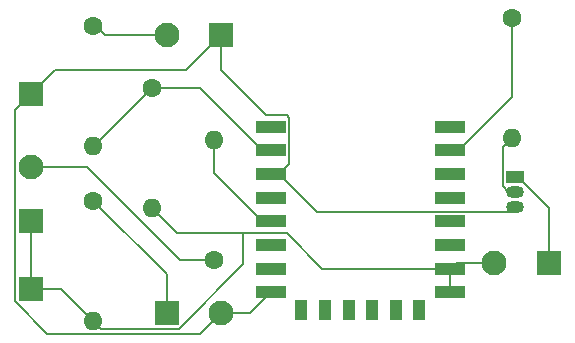
<source format=gbr>
%TF.GenerationSoftware,KiCad,Pcbnew,8.0.7*%
%TF.CreationDate,2025-01-13T17:44:50+00:00*%
%TF.ProjectId,TapeDispenser,54617065-4469-4737-9065-6e7365722e6b,rev?*%
%TF.SameCoordinates,Original*%
%TF.FileFunction,Copper,L1,Top*%
%TF.FilePolarity,Positive*%
%FSLAX46Y46*%
G04 Gerber Fmt 4.6, Leading zero omitted, Abs format (unit mm)*
G04 Created by KiCad (PCBNEW 8.0.7) date 2025-01-13 17:44:50*
%MOMM*%
%LPD*%
G01*
G04 APERTURE LIST*
G04 Aperture macros list*
%AMRoundRect*
0 Rectangle with rounded corners*
0 $1 Rounding radius*
0 $2 $3 $4 $5 $6 $7 $8 $9 X,Y pos of 4 corners*
0 Add a 4 corners polygon primitive as box body*
4,1,4,$2,$3,$4,$5,$6,$7,$8,$9,$2,$3,0*
0 Add four circle primitives for the rounded corners*
1,1,$1+$1,$2,$3*
1,1,$1+$1,$4,$5*
1,1,$1+$1,$6,$7*
1,1,$1+$1,$8,$9*
0 Add four rect primitives between the rounded corners*
20,1,$1+$1,$2,$3,$4,$5,0*
20,1,$1+$1,$4,$5,$6,$7,0*
20,1,$1+$1,$6,$7,$8,$9,0*
20,1,$1+$1,$8,$9,$2,$3,0*%
G04 Aperture macros list end*
%TA.AperFunction,ComponentPad*%
%ADD10RoundRect,0.250001X0.799999X0.799999X-0.799999X0.799999X-0.799999X-0.799999X0.799999X-0.799999X0*%
%TD*%
%TA.AperFunction,ComponentPad*%
%ADD11C,2.100000*%
%TD*%
%TA.AperFunction,ComponentPad*%
%ADD12RoundRect,0.250001X-0.799999X-0.799999X0.799999X-0.799999X0.799999X0.799999X-0.799999X0.799999X0*%
%TD*%
%TA.AperFunction,ComponentPad*%
%ADD13RoundRect,0.250001X0.799999X-0.799999X0.799999X0.799999X-0.799999X0.799999X-0.799999X-0.799999X0*%
%TD*%
%TA.AperFunction,ComponentPad*%
%ADD14R,1.500000X1.050000*%
%TD*%
%TA.AperFunction,ComponentPad*%
%ADD15O,1.500000X1.050000*%
%TD*%
%TA.AperFunction,ComponentPad*%
%ADD16C,1.600000*%
%TD*%
%TA.AperFunction,ComponentPad*%
%ADD17O,1.600000X1.600000*%
%TD*%
%TA.AperFunction,SMDPad,CuDef*%
%ADD18R,2.500000X1.000000*%
%TD*%
%TA.AperFunction,SMDPad,CuDef*%
%ADD19R,1.000000X1.800000*%
%TD*%
%TA.AperFunction,Conductor*%
%ADD20C,0.200000*%
%TD*%
G04 APERTURE END LIST*
D10*
%TO.P,LS1,1,1*%
%TO.N,Net-(Q1-E)*%
X150100000Y-80000000D03*
D11*
%TO.P,LS1,2,2*%
%TO.N,Net-(D3-K)*%
X145500000Y-80000000D03*
%TD*%
D12*
%TO.P,J2,1,Pin_1*%
%TO.N,Net-(D1-K)*%
X106250000Y-65750000D03*
%TD*%
%TO.P,J1,1,Pin_1*%
%TO.N,Net-(D3-K)*%
X106250000Y-82250000D03*
%TD*%
D13*
%TO.P,D3,1,K*%
%TO.N,Net-(D3-K)*%
X106250000Y-76500000D03*
D11*
%TO.P,D3,2,A*%
%TO.N,Net-(D3-A)*%
X106250000Y-71900000D03*
%TD*%
D12*
%TO.P,D2,1,K*%
%TO.N,Net-(D2-K)*%
X117750000Y-84250000D03*
D11*
%TO.P,D2,2,A*%
%TO.N,Net-(D1-K)*%
X122350000Y-84250000D03*
%TD*%
D10*
%TO.P,D1,1,K*%
%TO.N,Net-(D1-K)*%
X122350000Y-60750000D03*
D11*
%TO.P,D1,2,A*%
%TO.N,Net-(D1-A)*%
X117750000Y-60750000D03*
%TD*%
D14*
%TO.P,Q1,1,E*%
%TO.N,Net-(Q1-E)*%
X147250000Y-72710000D03*
D15*
%TO.P,Q1,2,B*%
%TO.N,Net-(Q1-B)*%
X147250000Y-73980000D03*
%TO.P,Q1,3,C*%
%TO.N,Net-(D1-K)*%
X147250000Y-75250000D03*
%TD*%
D16*
%TO.P,R4,1*%
%TO.N,Net-(U1-ADC)*%
X116500000Y-65250000D03*
D17*
%TO.P,R4,2*%
%TO.N,Net-(D3-K)*%
X116500000Y-75410000D03*
%TD*%
D18*
%TO.P,U1,1,~{RST}*%
%TO.N,unconnected-(U1-~{RST}-Pad1)*%
X126550000Y-68500000D03*
%TO.P,U1,2,ADC*%
%TO.N,Net-(U1-ADC)*%
X126550000Y-70500000D03*
%TO.P,U1,3,EN*%
%TO.N,Net-(D1-K)*%
X126550000Y-72500000D03*
%TO.P,U1,4,GPIO16*%
%TO.N,unconnected-(U1-GPIO16-Pad4)*%
X126550000Y-74500000D03*
%TO.P,U1,5,GPIO14*%
%TO.N,Net-(U1-GPIO14)*%
X126550000Y-76500000D03*
%TO.P,U1,6,GPIO12*%
%TO.N,unconnected-(U1-GPIO12-Pad6)*%
X126550000Y-78500000D03*
%TO.P,U1,7,GPIO13*%
%TO.N,unconnected-(U1-GPIO13-Pad7)*%
X126550000Y-80500000D03*
%TO.P,U1,8,VCC*%
%TO.N,Net-(D1-K)*%
X126550000Y-82500000D03*
D19*
%TO.P,U1,9,CS0*%
%TO.N,unconnected-(U1-CS0-Pad9)*%
X129150000Y-84000000D03*
%TO.P,U1,10,MISO*%
%TO.N,unconnected-(U1-MISO-Pad10)*%
X131150000Y-84000000D03*
%TO.P,U1,11,GPIO9*%
%TO.N,unconnected-(U1-GPIO9-Pad11)*%
X133150000Y-84000000D03*
%TO.P,U1,12,GPIO10*%
%TO.N,unconnected-(U1-GPIO10-Pad12)*%
X135150000Y-84000000D03*
%TO.P,U1,13,MOSI*%
%TO.N,unconnected-(U1-MOSI-Pad13)*%
X137150000Y-84000000D03*
%TO.P,U1,14,SCLK*%
%TO.N,unconnected-(U1-SCLK-Pad14)*%
X139150000Y-84000000D03*
D18*
%TO.P,U1,15,GND*%
%TO.N,Net-(D3-K)*%
X141750000Y-82500000D03*
%TO.P,U1,16,GPIO15*%
X141750000Y-80500000D03*
%TO.P,U1,17,GPIO2*%
%TO.N,unconnected-(U1-GPIO2-Pad17)*%
X141750000Y-78500000D03*
%TO.P,U1,18,GPIO0*%
%TO.N,unconnected-(U1-GPIO0-Pad18)*%
X141750000Y-76500000D03*
%TO.P,U1,19,GPIO4*%
%TO.N,unconnected-(U1-GPIO4-Pad19)*%
X141750000Y-74500000D03*
%TO.P,U1,20,GPIO5*%
%TO.N,unconnected-(U1-GPIO5-Pad20)*%
X141750000Y-72500000D03*
%TO.P,U1,21,GPIO3/RXD*%
%TO.N,Net-(U1-GPIO3{slash}RXD)*%
X141750000Y-70500000D03*
%TO.P,U1,22,GPIO1/TXD*%
%TO.N,unconnected-(U1-GPIO1{slash}TXD-Pad22)*%
X141750000Y-68500000D03*
%TD*%
D16*
%TO.P,R2,1*%
%TO.N,Net-(D2-K)*%
X111500000Y-74750000D03*
D17*
%TO.P,R2,2*%
%TO.N,Net-(D3-K)*%
X111500000Y-84910000D03*
%TD*%
D16*
%TO.P,R3,1*%
%TO.N,Net-(D1-A)*%
X111500000Y-60000000D03*
D17*
%TO.P,R3,2*%
%TO.N,Net-(U1-ADC)*%
X111500000Y-70160000D03*
%TD*%
D16*
%TO.P,R5,1*%
%TO.N,Net-(D3-A)*%
X121750000Y-79750000D03*
D17*
%TO.P,R5,2*%
%TO.N,Net-(U1-GPIO14)*%
X121750000Y-69590000D03*
%TD*%
D16*
%TO.P,R1,1*%
%TO.N,Net-(U1-GPIO3{slash}RXD)*%
X147000000Y-59250000D03*
D17*
%TO.P,R1,2*%
%TO.N,Net-(Q1-B)*%
X147000000Y-69410000D03*
%TD*%
D20*
%TO.N,Net-(D1-K)*%
X106250000Y-65750000D02*
X108305635Y-63694365D01*
X108305635Y-63694365D02*
X119405635Y-63694365D01*
X119405635Y-63694365D02*
X122350000Y-60750000D01*
%TO.N,Net-(D3-K)*%
X124250000Y-77500000D02*
X118590000Y-77500000D01*
X127900000Y-77500000D02*
X124250000Y-77500000D01*
X124250000Y-77500000D02*
X124250000Y-80134744D01*
X112190000Y-85600000D02*
X111500000Y-84910000D01*
X124250000Y-80134744D02*
X118784744Y-85600000D01*
X118784744Y-85600000D02*
X112190000Y-85600000D01*
%TO.N,Net-(D3-A)*%
X121750000Y-79750000D02*
X118865256Y-79750000D01*
X118865256Y-79750000D02*
X111015256Y-71900000D01*
X111015256Y-71900000D02*
X106250000Y-71900000D01*
%TO.N,Net-(D2-K)*%
X117750000Y-84250000D02*
X117750000Y-81000000D01*
X117750000Y-81000000D02*
X111500000Y-74750000D01*
%TO.N,Net-(U1-GPIO14)*%
X121750000Y-69590000D02*
X121750000Y-72450000D01*
X125800000Y-76500000D02*
X126550000Y-76500000D01*
X121750000Y-72450000D02*
X125800000Y-76500000D01*
%TO.N,Net-(U1-ADC)*%
X116500000Y-65250000D02*
X111590000Y-70160000D01*
X111590000Y-70160000D02*
X111500000Y-70160000D01*
X126550000Y-70500000D02*
X125800000Y-70500000D01*
X125800000Y-70500000D02*
X120550000Y-65250000D01*
X120550000Y-65250000D02*
X116500000Y-65250000D01*
%TO.N,Net-(D1-K)*%
X122350000Y-60750000D02*
X122350000Y-63661422D01*
X128150000Y-67750000D02*
X128150000Y-71650000D01*
X122350000Y-63661422D02*
X126188578Y-67500000D01*
X126188578Y-67500000D02*
X127900000Y-67500000D01*
X127900000Y-67500000D02*
X128150000Y-67750000D01*
X128150000Y-71650000D02*
X127300000Y-72500000D01*
X127300000Y-72500000D02*
X126550000Y-72500000D01*
%TO.N,Net-(D1-A)*%
X111500000Y-60000000D02*
X111750000Y-60000000D01*
X111750000Y-60000000D02*
X112500000Y-60750000D01*
X112500000Y-60750000D02*
X117750000Y-60750000D01*
%TO.N,Net-(D3-K)*%
X106250000Y-82250000D02*
X106250000Y-76500000D01*
X106250000Y-82250000D02*
X108840000Y-82250000D01*
X108840000Y-82250000D02*
X111500000Y-84910000D01*
%TO.N,Net-(D1-K)*%
X122350000Y-84250000D02*
X120590000Y-86010000D01*
X120590000Y-86010000D02*
X107625256Y-86010000D01*
X107625256Y-86010000D02*
X104900000Y-83284744D01*
X104900000Y-67100000D02*
X106250000Y-65750000D01*
X104900000Y-83284744D02*
X104900000Y-67100000D01*
X122350000Y-84250000D02*
X124800000Y-84250000D01*
X124800000Y-84250000D02*
X126550000Y-82500000D01*
%TO.N,Net-(D3-K)*%
X141750000Y-80500000D02*
X130900000Y-80500000D01*
X130900000Y-80500000D02*
X127900000Y-77500000D01*
X118590000Y-77500000D02*
X116500000Y-75410000D01*
X141750000Y-82500000D02*
X141750000Y-80500000D01*
X145500000Y-80000000D02*
X142250000Y-80000000D01*
X142250000Y-80000000D02*
X141750000Y-80500000D01*
%TO.N,Net-(D1-K)*%
X147250000Y-75250000D02*
X146800000Y-75700000D01*
X146800000Y-75700000D02*
X130500000Y-75700000D01*
X130500000Y-75700000D02*
X127300000Y-72500000D01*
%TO.N,Net-(Q1-E)*%
X147250000Y-72710000D02*
X147475000Y-72710000D01*
X147475000Y-72710000D02*
X150100000Y-75335000D01*
X150100000Y-75335000D02*
X150100000Y-80000000D01*
%TO.N,Net-(Q1-B)*%
X147000000Y-69410000D02*
X146200000Y-70210000D01*
X146645000Y-73980000D02*
X147250000Y-73980000D01*
X146200000Y-70210000D02*
X146200000Y-73535000D01*
X146200000Y-73535000D02*
X146645000Y-73980000D01*
%TO.N,Net-(U1-GPIO3{slash}RXD)*%
X141750000Y-70500000D02*
X142500000Y-70500000D01*
X147000000Y-66000000D02*
X147000000Y-59250000D01*
X142500000Y-70500000D02*
X147000000Y-66000000D01*
%TD*%
M02*

</source>
